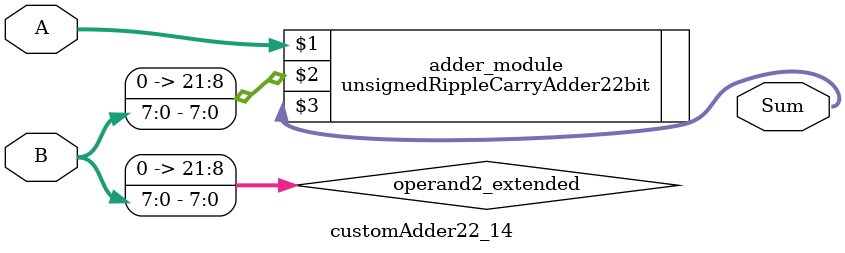
<source format=v>

module customAdder22_14(
                    input [21 : 0] A,
                    input [7 : 0] B,
                    
                    output [22 : 0] Sum
            );

    wire [21 : 0] operand2_extended;
    
    assign operand2_extended =  {14'b0, B};
    
    unsignedRippleCarryAdder22bit adder_module(
        A,
        operand2_extended,
        Sum
    );
    
endmodule
        
</source>
